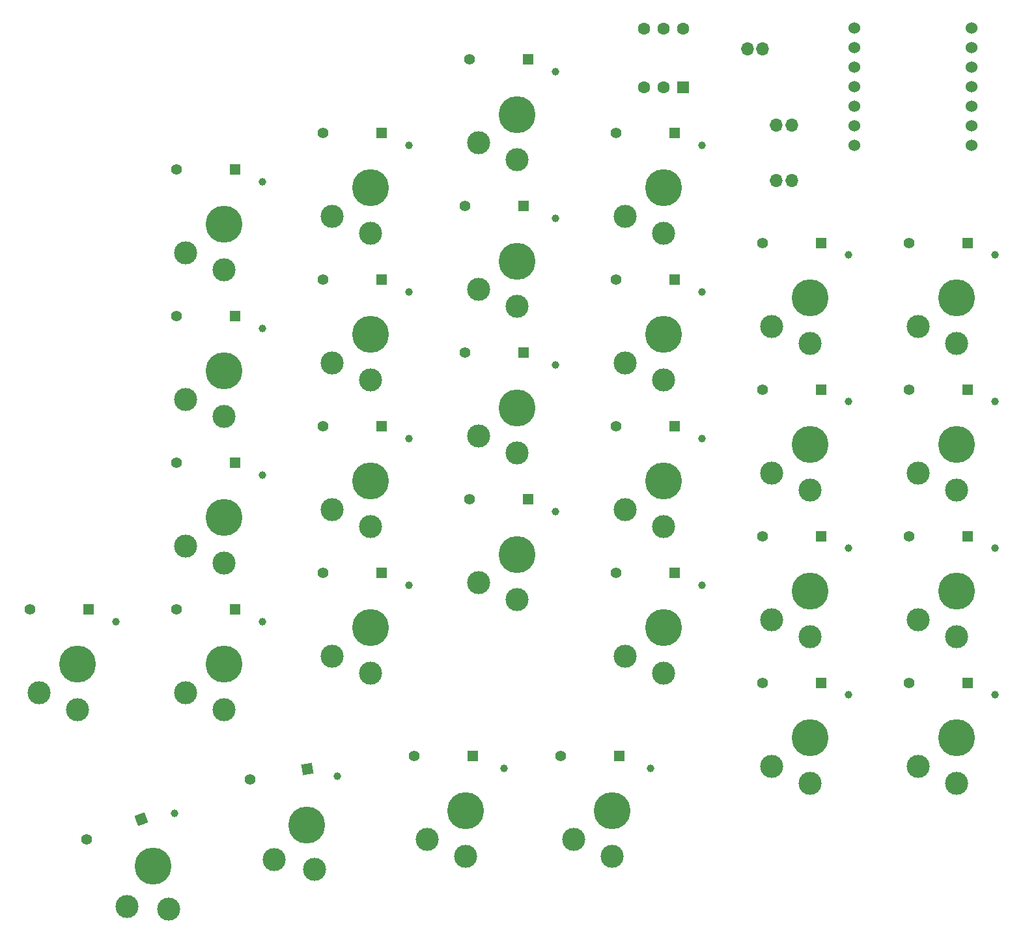
<source format=gbr>
G04 #@! TF.GenerationSoftware,KiCad,Pcbnew,9.0.6*
G04 #@! TF.CreationDate,2025-12-07T22:08:42+09:00*
G04 #@! TF.ProjectId,tarakkie_v1_light,74617261-6b6b-4696-955f-76315f6c6967,rev?*
G04 #@! TF.SameCoordinates,Original*
G04 #@! TF.FileFunction,Soldermask,Top*
G04 #@! TF.FilePolarity,Negative*
%FSLAX46Y46*%
G04 Gerber Fmt 4.6, Leading zero omitted, Abs format (unit mm)*
G04 Created by KiCad (PCBNEW 9.0.6) date 2025-12-07 22:08:42*
%MOMM*%
%LPD*%
G01*
G04 APERTURE LIST*
G04 Aperture macros list*
%AMRoundRect*
0 Rectangle with rounded corners*
0 $1 Rounding radius*
0 $2 $3 $4 $5 $6 $7 $8 $9 X,Y pos of 4 corners*
0 Add a 4 corners polygon primitive as box body*
4,1,4,$2,$3,$4,$5,$6,$7,$8,$9,$2,$3,0*
0 Add four circle primitives for the rounded corners*
1,1,$1+$1,$2,$3*
1,1,$1+$1,$4,$5*
1,1,$1+$1,$6,$7*
1,1,$1+$1,$8,$9*
0 Add four rect primitives between the rounded corners*
20,1,$1+$1,$2,$3,$4,$5,0*
20,1,$1+$1,$4,$5,$6,$7,0*
20,1,$1+$1,$6,$7,$8,$9,0*
20,1,$1+$1,$8,$9,$2,$3,0*%
%AMRotRect*
0 Rectangle, with rotation*
0 The origin of the aperture is its center*
0 $1 length*
0 $2 width*
0 $3 Rotation angle, in degrees counterclockwise*
0 Add horizontal line*
21,1,$1,$2,0,0,$3*%
G04 Aperture macros list end*
%ADD10C,3.000000*%
%ADD11C,4.800000*%
%ADD12C,1.000000*%
%ADD13R,1.397000X1.397000*%
%ADD14C,1.397000*%
%ADD15RotRect,1.397000X1.397000X190.000000*%
%ADD16RotRect,1.397000X1.397000X200.000000*%
%ADD17O,1.700000X1.700000*%
%ADD18C,1.524000*%
%ADD19RoundRect,0.250000X0.550000X-0.550000X0.550000X0.550000X-0.550000X0.550000X-0.550000X-0.550000X0*%
%ADD20C,1.600000*%
G04 APERTURE END LIST*
D10*
X147400000Y-113237500D03*
D11*
X152400000Y-109537500D03*
D10*
X152400000Y-115437500D03*
D12*
X157400000Y-103987500D03*
D13*
X96678750Y-107156250D03*
D14*
X89058750Y-107156250D03*
D13*
X153828750Y-102393750D03*
D14*
X146208750Y-102393750D03*
D10*
X128350000Y-98950000D03*
D11*
X133350000Y-95250000D03*
D10*
X133350000Y-101150000D03*
D12*
X138350000Y-89700000D03*
D10*
X109300000Y-108475000D03*
D11*
X114300000Y-104775000D03*
D10*
X114300000Y-110675000D03*
D12*
X119300000Y-99225000D03*
D13*
X153828750Y-121443750D03*
D14*
X146208750Y-121443750D03*
D13*
X96678750Y-88106250D03*
D14*
X89058750Y-88106250D03*
D13*
X96678750Y-69056250D03*
D14*
X89058750Y-69056250D03*
D13*
X127635000Y-130968750D03*
D14*
X120015000Y-130968750D03*
D10*
X90250000Y-118000000D03*
D11*
X95250000Y-114300000D03*
D10*
X95250000Y-120200000D03*
D12*
X100250000Y-108750000D03*
D13*
X77628750Y-111918750D03*
D14*
X70008750Y-111918750D03*
D13*
X172878750Y-83343750D03*
D14*
X165258750Y-83343750D03*
D10*
X52150000Y-122762500D03*
D11*
X57150000Y-119062500D03*
D10*
X57150000Y-124962500D03*
D12*
X62150000Y-113512500D03*
D10*
X102632500Y-141812500D03*
D11*
X107632500Y-138112500D03*
D10*
X107632500Y-144012500D03*
D12*
X112632500Y-132562500D03*
D10*
X121682500Y-141812500D03*
D11*
X126682500Y-138112500D03*
D10*
X126682500Y-144012500D03*
D12*
X131682500Y-132562500D03*
D13*
X134778750Y-50006250D03*
D14*
X127158750Y-50006250D03*
D13*
X172878750Y-64293750D03*
D14*
X165258750Y-64293750D03*
D13*
X134778750Y-69056250D03*
D14*
X127158750Y-69056250D03*
D10*
X71200000Y-65612500D03*
D11*
X76200000Y-61912500D03*
D10*
X76200000Y-67812500D03*
D12*
X81200000Y-56362500D03*
D10*
X71200000Y-122762500D03*
D11*
X76200000Y-119062500D03*
D10*
X76200000Y-124962500D03*
D12*
X81200000Y-113512500D03*
D10*
X90250000Y-98950000D03*
D11*
X95250000Y-95250000D03*
D10*
X95250000Y-101150000D03*
D12*
X100250000Y-89700000D03*
D13*
X108585000Y-130968750D03*
D14*
X100965000Y-130968750D03*
D15*
X87095870Y-132688400D03*
D14*
X79591630Y-134011600D03*
D13*
X134778750Y-88106250D03*
D14*
X127158750Y-88106250D03*
D13*
X58578750Y-111918750D03*
D14*
X50958750Y-111918750D03*
D13*
X77628750Y-92868750D03*
D14*
X70008750Y-92868750D03*
D13*
X77628750Y-54768750D03*
D14*
X70008750Y-54768750D03*
D10*
X166450000Y-132287500D03*
D11*
X171450000Y-128587500D03*
D10*
X171450000Y-134487500D03*
D12*
X176450000Y-123037500D03*
D13*
X77628750Y-73818750D03*
D14*
X70008750Y-73818750D03*
D10*
X147400000Y-94187500D03*
D11*
X152400000Y-90487500D03*
D10*
X152400000Y-96387500D03*
D12*
X157400000Y-84937500D03*
D10*
X166450000Y-113237500D03*
D11*
X171450000Y-109537500D03*
D10*
X171450000Y-115437500D03*
D12*
X176450000Y-103987500D03*
D10*
X147400000Y-132287500D03*
D11*
X152400000Y-128587500D03*
D10*
X152400000Y-134487500D03*
D12*
X157400000Y-123037500D03*
D10*
X109300000Y-70375000D03*
D11*
X114300000Y-66675000D03*
D10*
X114300000Y-72575000D03*
D12*
X119300000Y-61125000D03*
D16*
X65492729Y-139190653D03*
D14*
X58332271Y-141796847D03*
D10*
X90250000Y-60850000D03*
D11*
X95250000Y-57150000D03*
D10*
X95250000Y-63050000D03*
D12*
X100250000Y-51600000D03*
D10*
X71200000Y-103712500D03*
D11*
X76200000Y-100012500D03*
D10*
X76200000Y-105912500D03*
D12*
X81200000Y-94462500D03*
D13*
X115728750Y-40481251D03*
D14*
X108108750Y-40481249D03*
D10*
X109300000Y-51325000D03*
D11*
X114300000Y-47625000D03*
D10*
X114300000Y-53525000D03*
D12*
X119300000Y-42075000D03*
D13*
X172878750Y-121443750D03*
D14*
X165258750Y-121443750D03*
D13*
X115122500Y-78581250D03*
D14*
X107502500Y-78581250D03*
D10*
X147400000Y-75137500D03*
D11*
X152400000Y-71437500D03*
D10*
X152400000Y-77337500D03*
D12*
X157400000Y-65887500D03*
D10*
X166450000Y-75137500D03*
D11*
X171450000Y-71437500D03*
D10*
X171450000Y-77337500D03*
D12*
X176450000Y-65887500D03*
D13*
X96678750Y-50006250D03*
D14*
X89058750Y-50006250D03*
D10*
X128350000Y-118000000D03*
D11*
X133350000Y-114300000D03*
D10*
X133350000Y-120200000D03*
D12*
X138350000Y-108750000D03*
D13*
X115122500Y-59531250D03*
D14*
X107502500Y-59531250D03*
D10*
X128350000Y-79900000D03*
D11*
X133350000Y-76200000D03*
D10*
X133350000Y-82100000D03*
D12*
X138350000Y-70650000D03*
D10*
X82718459Y-144412030D03*
D11*
X87000000Y-139900000D03*
D10*
X88024524Y-145710366D03*
D12*
X90960291Y-133566076D03*
D13*
X153828750Y-64293750D03*
D14*
X146208750Y-64293750D03*
D10*
X166450000Y-94187500D03*
D11*
X171450000Y-90487500D03*
D10*
X171450000Y-96387500D03*
D12*
X176450000Y-84937500D03*
D10*
X71200000Y-84662500D03*
D11*
X76200000Y-80962500D03*
D10*
X76200000Y-86862500D03*
D12*
X81200000Y-75412500D03*
D10*
X109300000Y-89425000D03*
D11*
X114300000Y-85725000D03*
D10*
X114300000Y-91625000D03*
D12*
X119300000Y-80175000D03*
D10*
X128350000Y-60850000D03*
D11*
X133350000Y-57150000D03*
D10*
X133350000Y-63050000D03*
D12*
X138350000Y-51600000D03*
D10*
X63567011Y-150486962D03*
D11*
X67000000Y-145300000D03*
D10*
X69017919Y-150844186D03*
D12*
X69800251Y-138374605D03*
D10*
X90250000Y-79900000D03*
D11*
X95250000Y-76200000D03*
D10*
X95250000Y-82100000D03*
D12*
X100250000Y-70650000D03*
D13*
X115728750Y-97631250D03*
D14*
X108108750Y-97631250D03*
D13*
X153828750Y-83343750D03*
D14*
X146208750Y-83343750D03*
D13*
X134778750Y-107156250D03*
D14*
X127158750Y-107156250D03*
D13*
X172878750Y-102393750D03*
D14*
X165258750Y-102393750D03*
D17*
X146256250Y-39060000D03*
X144256250Y-39060000D03*
X150018750Y-56172500D03*
X148018750Y-56172500D03*
D18*
X173400000Y-36380000D03*
X173400000Y-38920000D03*
X173400000Y-41460000D03*
X173400000Y-44000000D03*
X173400000Y-46540000D03*
X173400000Y-49080000D03*
X173400000Y-51620000D03*
X158160000Y-51620000D03*
X158160000Y-49080000D03*
X158160000Y-46540000D03*
X158160000Y-44000000D03*
X158160000Y-41460000D03*
X158160000Y-38920000D03*
X158160000Y-36380000D03*
D19*
X135890000Y-44060000D03*
D20*
X133350000Y-44060000D03*
X130810000Y-44060000D03*
X130810000Y-36440000D03*
X133350000Y-36440000D03*
X135890000Y-36440000D03*
D17*
X150018750Y-49028750D03*
X148018750Y-49028750D03*
M02*

</source>
